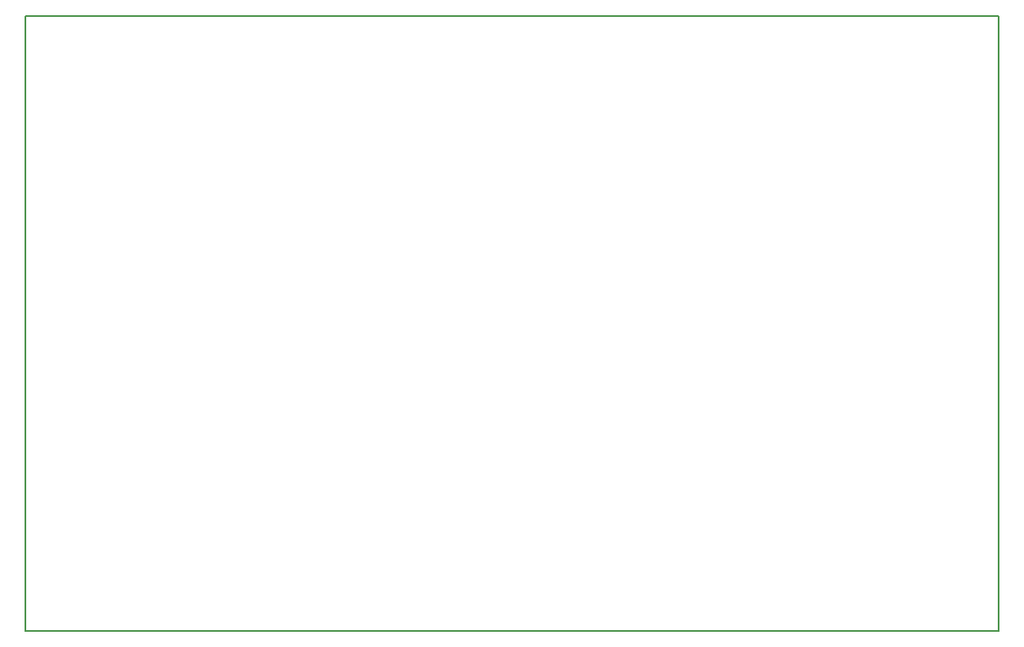
<source format=gm1>
G04 MADE WITH FRITZING*
G04 WWW.FRITZING.ORG*
G04 DOUBLE SIDED*
G04 HOLES PLATED*
G04 CONTOUR ON CENTER OF CONTOUR VECTOR*
%ASAXBY*%
%FSLAX23Y23*%
%MOIN*%
%OFA0B0*%
%SFA1.0B1.0*%
%ADD10R,3.846260X2.431840*%
%ADD11C,0.008000*%
%ADD10C,0.008*%
%LNCONTOUR*%
G90*
G70*
G54D10*
G54D11*
X8Y2424D02*
X3846Y2424D01*
X3846Y0D01*
X8Y0D01*
X8Y2424D01*
D02*
G04 End of contour*
M02*
</source>
